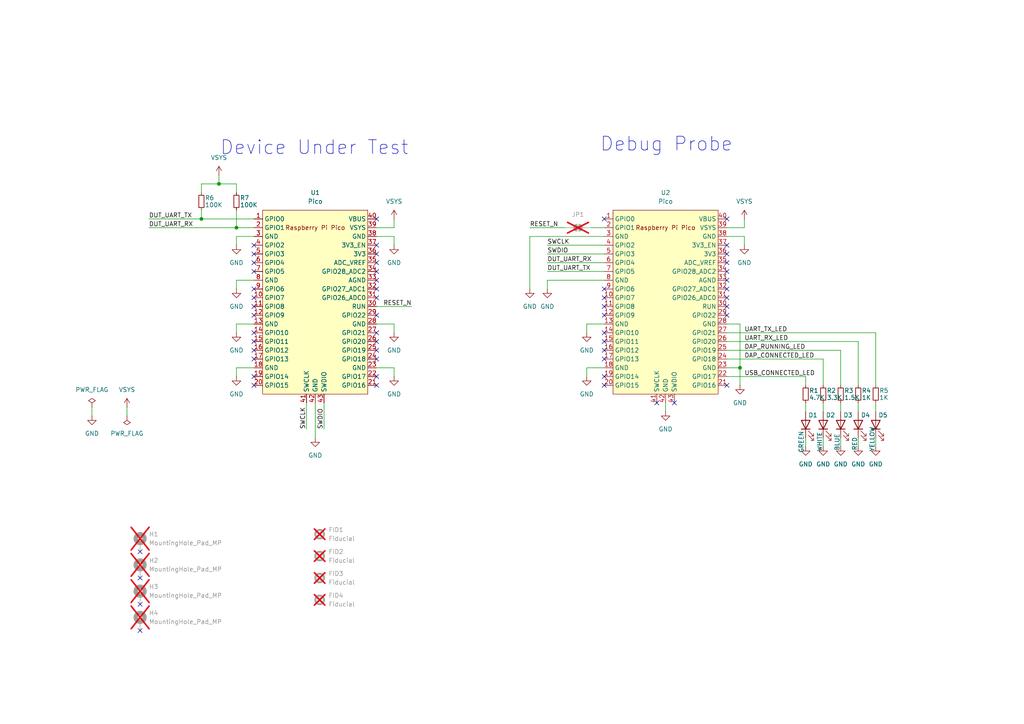
<source format=kicad_sch>
(kicad_sch (version 20231120) (generator "eeschema") (generator_version "8.0")
  (paper "A4")
  (title_block (title "Pico Pico") (date "2024-05-17") (rev "rev1") (company "Pigweed"))
  (lib_symbols
    (symbol "Device:LED" (pin_numbers hide) (pin_names (offset 1.016) hide)
      (property "Reference" "D" (at 0 2.54 0))
      (property "Value" "LED" (at 0 -2.54 0))
      (symbol "LED_0_1"
        (polyline (pts (xy -1.27 -1.27) (xy -1.27 1.27)) (stroke (width 0.254)))
        (polyline (pts (xy -1.27 0) (xy 1.27 0)))
        (polyline (pts (xy 1.27 -1.27) (xy 1.27 1.27) (xy -1.27 0) (xy 1.27 -1.27)) (stroke (width 0.254)))
        (polyline (pts (xy -3.048 -0.762) (xy -4.572 -2.286) (xy -3.81 -2.286) (xy -4.572 -2.286) (xy -4.572 -1.524)))
        (polyline (pts (xy -1.778 -0.762) (xy -3.302 -2.286) (xy -2.54 -2.286) (xy -3.302 -2.286) (xy -3.302 -1.524)))
      )
      (symbol "LED_1_1"
        (pin passive line (at -3.81 0 0) (length 2.54) (name "K") (number "1"))
        (pin passive line (at 3.81 0 180) (length 2.54) (name "A") (number "2"))
      )
    )
    (symbol "Device:R_Small" (pin_numbers hide) (pin_names (offset 0.254) hide)
      (property "Reference" "R" (at 0.762 0.508 0))
      (property "Value" "R_Small" (at 0.762 -1.016 0))
      (symbol "R_Small_0_1"
        (rectangle (start -0.762 1.778) (end 0.762 -1.778) (stroke (width 0.2032)))
      )
      (symbol "R_Small_1_1"
        (pin passive line (at 0 2.54 270) (length 0.762) (name "~") (number "1"))
        (pin passive line (at 0 -2.54 90) (length 0.762) (name "~") (number "2"))
      )
    )
    (symbol "Jumper:SolderJumper_2_Bridged" (pin_numbers hide) (pin_names (offset 0) hide) (exclude_from_sim yes) (in_bom no)
      (property "Reference" "JP" (at 0 2.032 0))
      (property "Value" "SolderJumper_2_Bridged" (at 0 -2.54 0))
      (symbol "SolderJumper_2_Bridged_0_1"
        (rectangle (start -0.508 0.508) (end 0.508 -0.508) (fill (type outline)))
        (arc (start -0.254 1.016) (mid -1.2656 0) (end -0.254 -1.016))
        (arc (start -0.254 1.016) (mid -1.2656 0) (end -0.254 -1.016) (fill (type outline)))
        (polyline (pts (xy -0.254 1.016) (xy -0.254 -1.016)))
        (polyline (pts (xy 0.254 1.016) (xy 0.254 -1.016)))
        (arc (start 0.254 -1.016) (mid 1.2656 0) (end 0.254 1.016))
        (arc (start 0.254 -1.016) (mid 1.2656 0) (end 0.254 1.016) (fill (type outline)))
      )
      (symbol "SolderJumper_2_Bridged_1_1"
        (pin passive line (at -3.81 0 0) (length 2.54) (name "A") (number "1"))
        (pin passive line (at 3.81 0 180) (length 2.54) (name "B") (number "2"))
      )
    )
    (symbol "MCU_RaspberryPi_and_Boards:Pico"
      (property "Reference" "U" (at -13.97 27.94 0))
      (property "Value" "Pico" (at 0 19.05 0))
      (symbol "Pico_0_0"
        (text "Raspberry Pi Pico" (at 0 21.59 0) (effects (font (size 1.27 1.27))))
      )
      (symbol "Pico_0_1"
        (rectangle (start -15.24 26.67) (end 15.24 -26.67) (fill (type background)))
      )
      (symbol "Pico_1_1"
        (pin bidirectional line (at -17.78 24.13 0) (length 2.54) (name "GPIO0") (number "1"))
        (pin bidirectional line (at -17.78 1.27 0) (length 2.54) (name "GPIO7") (number "10"))
        (pin bidirectional line (at -17.78 -1.27 0) (length 2.54) (name "GPIO8") (number "11"))
        (pin bidirectional line (at -17.78 -3.81 0) (length 2.54) (name "GPIO9") (number "12"))
        (pin power_in line (at -17.78 -6.35 0) (length 2.54) (name "GND") (number "13"))
        (pin bidirectional line (at -17.78 -8.89 0) (length 2.54) (name "GPIO10") (number "14"))
        (pin bidirectional line (at -17.78 -11.43 0) (length 2.54) (name "GPIO11") (number "15"))
        (pin bidirectional line (at -17.78 -13.97 0) (length 2.54) (name "GPIO12") (number "16"))
        (pin bidirectional line (at -17.78 -16.51 0) (length 2.54) (name "GPIO13") (number "17"))
        (pin power_in line (at -17.78 -19.05 0) (length 2.54) (name "GND") (number "18"))
        (pin bidirectional line (at -17.78 -21.59 0) (length 2.54) (name "GPIO14") (number "19"))
        (pin bidirectional line (at -17.78 21.59 0) (length 2.54) (name "GPIO1") (number "2"))
        (pin bidirectional line (at -17.78 -24.13 0) (length 2.54) (name "GPIO15") (number "20"))
        (pin bidirectional line (at 17.78 -24.13 180) (length 2.54) (name "GPIO16") (number "21"))
        (pin bidirectional line (at 17.78 -21.59 180) (length 2.54) (name "GPIO17") (number "22"))
        (pin power_in line (at 17.78 -19.05 180) (length 2.54) (name "GND") (number "23"))
        (pin bidirectional line (at 17.78 -16.51 180) (length 2.54) (name "GPIO18") (number "24"))
        (pin bidirectional line (at 17.78 -13.97 180) (length 2.54) (name "GPIO19") (number "25"))
        (pin bidirectional line (at 17.78 -11.43 180) (length 2.54) (name "GPIO20") (number "26"))
        (pin bidirectional line (at 17.78 -8.89 180) (length 2.54) (name "GPIO21") (number "27"))
        (pin power_in line (at 17.78 -6.35 180) (length 2.54) (name "GND") (number "28"))
        (pin bidirectional line (at 17.78 -3.81 180) (length 2.54) (name "GPIO22") (number "29"))
        (pin power_in line (at -17.78 19.05 0) (length 2.54) (name "GND") (number "3"))
        (pin input line (at 17.78 -1.27 180) (length 2.54) (name "RUN") (number "30"))
        (pin bidirectional line (at 17.78 1.27 180) (length 2.54) (name "GPIO26_ADC0") (number "31"))
        (pin bidirectional line (at 17.78 3.81 180) (length 2.54) (name "GPIO27_ADC1") (number "32"))
        (pin power_in line (at 17.78 6.35 180) (length 2.54) (name "AGND") (number "33"))
        (pin bidirectional line (at 17.78 8.89 180) (length 2.54) (name "GPIO28_ADC2") (number "34"))
        (pin power_in line (at 17.78 11.43 180) (length 2.54) (name "ADC_VREF") (number "35"))
        (pin power_out line (at 17.78 13.97 180) (length 2.54) (name "3V3") (number "36"))
        (pin input line (at 17.78 16.51 180) (length 2.54) (name "3V3_EN") (number "37"))
        (pin power_in line (at 17.78 19.05 180) (length 2.54) (name "GND") (number "38"))
        (pin power_in line (at 17.78 21.59 180) (length 2.54) (name "VSYS") (number "39"))
        (pin bidirectional line (at -17.78 16.51 0) (length 2.54) (name "GPIO2") (number "4"))
        (pin power_in line (at 17.78 24.13 180) (length 2.54) (name "VBUS") (number "40"))
        (pin input line (at -2.54 -29.21 90) (length 2.54) (name "SWCLK") (number "41"))
        (pin power_in line (at 0 -29.21 90) (length 2.54) (name "GND") (number "42"))
        (pin bidirectional line (at 2.54 -29.21 90) (length 2.54) (name "SWDIO") (number "43"))
        (pin bidirectional line (at -17.78 13.97 0) (length 2.54) (name "GPIO3") (number "5"))
        (pin bidirectional line (at -17.78 11.43 0) (length 2.54) (name "GPIO4") (number "6"))
        (pin bidirectional line (at -17.78 8.89 0) (length 2.54) (name "GPIO5") (number "7"))
        (pin power_in line (at -17.78 6.35 0) (length 2.54) (name "GND") (number "8"))
        (pin bidirectional line (at -17.78 3.81 0) (length 2.54) (name "GPIO6") (number "9"))
      )
    )
    (symbol "Mechanical:Fiducial" (exclude_from_sim yes) (in_bom no)
      (property "Reference" "FID" (at 0 5.08 0))
      (property "Value" "Fiducial" (at 0 3.175 0))
      (symbol "Fiducial_0_1"
        (circle (center 0 0) (radius 1.27) (stroke (width 0.508)) (fill (type background)))
      )
    )
    (symbol "Mechanical:MountingHole_Pad" (pin_numbers hide) (pin_names (offset 1.016) hide) (exclude_from_sim yes) (in_bom no)
      (property "Reference" "H" (at 0 6.35 0))
      (property "Value" "MountingHole_Pad" (at 0 4.445 0))
      (symbol "MountingHole_Pad_0_1"
        (circle (center 0 1.27) (radius 1.27) (stroke (width 1.27)))
      )
      (symbol "MountingHole_Pad_1_1"
        (pin input line (at 0 -2.54 90) (length 2.54) (name "1") (number "1"))
      )
    )
    (symbol "power:GND" (power) (pin_numbers hide) (pin_names (offset 0) hide)
      (property "Value" "GND" (at 0 -3.81 0))
      (symbol "GND_0_1"
        (polyline (pts (xy 0 0) (xy 0 -1.27) (xy 1.27 -1.27) (xy 0 -2.54) (xy -1.27 -1.27) (xy 0 -1.27)))
      )
      (symbol "GND_1_1"
        (pin power_in line (at 0 0 270) (length 0) (name "~") (number "1"))
      )
    )
    (symbol "power:PWR_FLAG" (power) (pin_numbers hide) (pin_names (offset 0) hide)
      (property "Value" "PWR_FLAG" (at 0 3.81 0))
      (symbol "PWR_FLAG_0_0"
        (pin power_out line (at 0 0 90) (length 0) (name "~") (number "1"))
      )
      (symbol "PWR_FLAG_0_1"
        (polyline (pts (xy 0 0) (xy 0 1.27) (xy -1.016 1.905) (xy 0 2.54) (xy 1.016 1.905) (xy 0 1.27)))
      )
    )
    (symbol "power:VBUS" (power) (pin_numbers hide) (pin_names (offset 0) hide)
      (property "Value" "VBUS" (at 0 3.556 0))
      (symbol "VBUS_0_1"
        (polyline (pts (xy -0.762 1.27) (xy 0 2.54)))
        (polyline (pts (xy 0 0) (xy 0 2.54)))
        (polyline (pts (xy 0 2.54) (xy 0.762 1.27)))
      )
      (symbol "VBUS_1_1"
        (pin power_in line (at 0 0 90) (length 0) (name "~") (number "1"))
      )
    )
  )
  (junction (at 214.63 106.68))
  (junction (at 68.58 66.04))
  (junction (at 63.5 53.34))
  (junction (at 58.42 63.5))
  (no_connect (at 109.22 86.36))
  (no_connect (at 109.22 111.76))
  (no_connect (at 109.22 99.06))
  (no_connect (at 175.26 91.44))
  (no_connect (at 73.66 104.14))
  (no_connect (at 175.26 83.82))
  (no_connect (at 175.26 101.6))
  (no_connect (at 73.66 99.06))
  (no_connect (at 210.82 73.66))
  (no_connect (at 109.22 81.28))
  (no_connect (at 175.26 104.14))
  (no_connect (at 109.22 104.14))
  (no_connect (at 73.66 91.44))
  (no_connect (at 109.22 78.74))
  (no_connect (at 175.26 88.9))
  (no_connect (at 210.82 71.12))
  (no_connect (at 210.82 83.82))
  (no_connect (at 210.82 76.2))
  (no_connect (at 73.66 71.12))
  (no_connect (at 109.22 71.12))
  (no_connect (at 73.66 76.2))
  (no_connect (at 73.66 73.66))
  (no_connect (at 73.66 83.82))
  (no_connect (at 175.26 63.5))
  (no_connect (at 40.64 160.02))
  (no_connect (at 175.26 111.76))
  (no_connect (at 175.26 86.36))
  (no_connect (at 109.22 109.22))
  (no_connect (at 109.22 73.66))
  (no_connect (at 73.66 96.52))
  (no_connect (at 109.22 91.44))
  (no_connect (at 175.26 109.22))
  (no_connect (at 73.66 109.22))
  (no_connect (at 109.22 101.6))
  (no_connect (at 109.22 63.5))
  (no_connect (at 109.22 76.2))
  (no_connect (at 73.66 78.74))
  (no_connect (at 109.22 96.52))
  (no_connect (at 109.22 83.82))
  (no_connect (at 210.82 88.9))
  (no_connect (at 195.58 116.84))
  (no_connect (at 40.64 182.88))
  (no_connect (at 210.82 86.36))
  (no_connect (at 40.64 167.64))
  (no_connect (at 73.66 88.9))
  (no_connect (at 210.82 63.5))
  (no_connect (at 210.82 81.28))
  (no_connect (at 175.26 99.06))
  (no_connect (at 40.64 175.26))
  (no_connect (at 73.66 101.6))
  (no_connect (at 190.5 116.84))
  (no_connect (at 210.82 91.44))
  (no_connect (at 73.66 86.36))
  (no_connect (at 210.82 78.74))
  (no_connect (at 73.66 111.76))
  (no_connect (at 175.26 96.52))
  (no_connect (at 210.82 111.76))
  (wire (pts (xy 238.76 127) (xy 238.76 129.54)))
  (wire (pts (xy 248.92 111.76) (xy 248.92 99.06)))
  (wire (pts (xy 248.92 116.84) (xy 248.92 119.38)))
  (wire (pts (xy 158.75 73.66) (xy 175.26 73.66)))
  (wire (pts (xy 58.42 63.5) (xy 73.66 63.5)))
  (wire (pts (xy 158.75 78.74) (xy 175.26 78.74)))
  (wire (pts (xy 175.26 93.98) (xy 170.18 93.98)))
  (wire (pts (xy 215.9 71.12) (xy 215.9 68.58)))
  (wire (pts (xy 73.66 93.98) (xy 68.58 93.98)))
  (wire (pts (xy 175.26 106.68) (xy 170.18 106.68)))
  (wire (pts (xy 215.9 68.58) (xy 210.82 68.58)))
  (wire (pts (xy 43.18 63.5) (xy 58.42 63.5)))
  (wire (pts (xy 233.68 127) (xy 233.68 129.54)))
  (wire (pts (xy 114.3 106.68) (xy 109.22 106.68)))
  (wire (pts (xy 114.3 96.52) (xy 114.3 93.98)))
  (wire (pts (xy 68.58 106.68) (xy 68.58 109.22)))
  (wire (pts (xy 233.68 116.84) (xy 233.68 119.38)))
  (wire (pts (xy 210.82 66.04) (xy 215.9 66.04)))
  (wire (pts (xy 68.58 68.58) (xy 68.58 71.12)))
  (wire (pts (xy 68.58 66.04) (xy 73.66 66.04)))
  (wire (pts (xy 238.76 116.84) (xy 238.76 119.38)))
  (wire (pts (xy 214.63 93.98) (xy 210.82 93.98)))
  (wire (pts (xy 73.66 81.28) (xy 68.58 81.28)))
  (wire (pts (xy 254 127) (xy 254 129.54)))
  (wire (pts (xy 214.63 93.98) (xy 214.63 106.68)))
  (wire (pts (xy 43.18 66.04) (xy 68.58 66.04)))
  (wire (pts (xy 68.58 81.28) (xy 68.58 83.82)))
  (wire (pts (xy 210.82 109.22) (xy 233.68 109.22)))
  (wire (pts (xy 153.67 66.04) (xy 163.83 66.04)))
  (wire (pts (xy 91.44 116.84) (xy 91.44 127)))
  (wire (pts (xy 171.45 66.04) (xy 175.26 66.04)))
  (wire (pts (xy 73.66 106.68) (xy 68.58 106.68)))
  (wire (pts (xy 254 116.84) (xy 254 119.38)))
  (wire (pts (xy 68.58 55.88) (xy 68.58 53.34)))
  (wire (pts (xy 114.3 109.22) (xy 114.3 106.68)))
  (wire (pts (xy 153.67 68.58) (xy 153.67 83.82)))
  (wire (pts (xy 170.18 106.68) (xy 170.18 109.22)))
  (wire (pts (xy 36.83 120.65) (xy 36.83 118.11)))
  (wire (pts (xy 63.5 53.34) (xy 58.42 53.34)))
  (wire (pts (xy 233.68 111.76) (xy 233.68 109.22)))
  (wire (pts (xy 210.82 96.52) (xy 254 96.52)))
  (wire (pts (xy 63.5 50.8) (xy 63.5 53.34)))
  (wire (pts (xy 193.04 116.84) (xy 193.04 119.38)))
  (wire (pts (xy 114.3 71.12) (xy 114.3 68.58)))
  (wire (pts (xy 175.26 68.58) (xy 153.67 68.58)))
  (wire (pts (xy 68.58 60.96) (xy 68.58 66.04)))
  (wire (pts (xy 243.84 111.76) (xy 243.84 101.6)))
  (wire (pts (xy 26.67 118.11) (xy 26.67 120.65)))
  (wire (pts (xy 109.22 88.9) (xy 119.38 88.9)))
  (wire (pts (xy 158.75 76.2) (xy 175.26 76.2)))
  (wire (pts (xy 93.98 116.84) (xy 93.98 124.46)))
  (wire (pts (xy 254 111.76) (xy 254 96.52)))
  (wire (pts (xy 215.9 66.04) (xy 215.9 63.5)))
  (wire (pts (xy 170.18 93.98) (xy 170.18 96.52)))
  (wire (pts (xy 109.22 66.04) (xy 114.3 66.04)))
  (wire (pts (xy 63.5 53.34) (xy 68.58 53.34)))
  (wire (pts (xy 58.42 60.96) (xy 58.42 63.5)))
  (wire (pts (xy 68.58 93.98) (xy 68.58 96.52)))
  (wire (pts (xy 243.84 116.84) (xy 243.84 119.38)))
  (wire (pts (xy 58.42 53.34) (xy 58.42 55.88)))
  (wire (pts (xy 210.82 99.06) (xy 248.92 99.06)))
  (wire (pts (xy 214.63 106.68) (xy 210.82 106.68)))
  (wire (pts (xy 88.9 116.84) (xy 88.9 124.46)))
  (wire (pts (xy 175.26 81.28) (xy 158.75 81.28)))
  (wire (pts (xy 243.84 127) (xy 243.84 129.54)))
  (wire (pts (xy 114.3 93.98) (xy 109.22 93.98)))
  (wire (pts (xy 248.92 127) (xy 248.92 129.54)))
  (wire (pts (xy 238.76 111.76) (xy 238.76 104.14)))
  (wire (pts (xy 210.82 101.6) (xy 243.84 101.6)))
  (wire (pts (xy 114.3 68.58) (xy 109.22 68.58)))
  (wire (pts (xy 214.63 111.76) (xy 214.63 106.68)))
  (wire (pts (xy 158.75 71.12) (xy 175.26 71.12)))
  (wire (pts (xy 73.66 68.58) (xy 68.58 68.58)))
  (wire (pts (xy 210.82 104.14) (xy 238.76 104.14)))
  (wire (pts (xy 114.3 66.04) (xy 114.3 63.5)))
  (wire (pts (xy 158.75 81.28) (xy 158.75 83.82)))
  (text "Device Under Test\n" (at 91.186 42.926 0) (effects (font (size 4 4))))
  (text "Debug Probe" (at 193.294 41.91 0) (effects (font (size 4 4))))
  (label "SWCLK" (at 88.9 124.46 90))
  (label "DAP_CONNECTED_LED" (at 215.9 104.14 0))
  (label "DUT_UART_TX" (at 43.18 63.5 0))
  (label "SWDIO" (at 158.75 73.66 0))
  (label "RESET_N" (at 119.38 88.9 180))
  (label "DUT_UART_TX" (at 158.75 78.74 0))
  (label "SWDIO" (at 93.98 124.46 90))
  (label "UART_TX_LED" (at 215.9 96.52 0))
  (label "USB_CONNECTED_LED" (at 215.9 109.22 0))
  (label "DUT_UART_RX" (at 158.75 76.2 0))
  (label "DUT_UART_RX" (at 43.18 66.04 0))
  (label "DAP_RUNNING_LED" (at 215.9 101.6 0))
  (label "RESET_N" (at 153.67 66.04 0))
  (label "UART_RX_LED" (at 215.9 99.06 0))
  (label "SWCLK" (at 158.75 71.12 0))
  (symbol (lib_id "Device:LED") (at 238.76 123.19 90) (unit 1)
    (property "Reference" "D2" (at 239.522 120.396 90) (effects (justify right)))
    (property "Value" "WHITE" (at 237.744 125.222 0) (effects (justify right)))
    (property "Footprint" "LED_SMD:LED_0603_1608Metric" (effects (hide yes)))
    (property "Description" "Light emitting diode" (effects (hide yes)))
    (property "DIGIKEY_PN" "1516-1057-1-ND" (effects (hide yes)))
    (property "LCSC_PN" "C965808 " (effects (hide yes)))
  )
  (symbol (lib_id "Jumper:SolderJumper_2_Bridged") (at 167.64 66.04 0) (unit 1) (exclude_from_sim yes) (in_bom no) (dnp yes)
    (property "Reference" "JP1" (at 167.64 62.23 0))
    (property "Value" "SolderJumper_2_Bridged" (effects (hide yes)))
    (property "Footprint" "Jumper:SolderJumper-2_P1.3mm_Bridged_RoundedPad1.0x1.5mm" (effects (hide yes)))
    (property "Description" "Solder Jumper, 2-pole, closed/bridged" (effects (hide yes)))
  )
  (symbol (lib_id "power:GND") (at 68.58 109.22 0) (unit 1)
    (property "Reference" "#PWR011" (effects (hide yes)))
    (property "Value" "GND" (at 68.58 114.3 0))
    (property "Description" "Power symbol creates a global label with name \"GND\" , ground" (effects (hide yes)))
  )
  (symbol (lib_id "power:GND") (at 233.68 129.54 0) (unit 1)
    (property "Reference" "#PWR04" (effects (hide yes)))
    (property "Value" "GND" (at 233.68 134.62 0))
    (property "Description" "Power symbol creates a global label with name \"GND\" , ground" (effects (hide yes)))
  )
  (symbol (lib_id "Mechanical:Fiducial") (at 92.71 161.29 0) (unit 1) (exclude_from_sim yes) (in_bom no) (dnp yes)
    (property "Reference" "FID2" (at 95.25 160.0199 0) (effects (justify left)))
    (property "Value" "Fiducial" (at 95.25 162.5599 0) (effects (justify left)))
    (property "Footprint" "Fiducial:Fiducial_0.75mm_Mask1.5mm" (effects (hide yes)))
    (property "Description" "Fiducial Marker" (effects (hide yes)))
  )
  (symbol (lib_id "power:GND") (at 68.58 96.52 0) (unit 1)
    (property "Reference" "#PWR012" (effects (hide yes)))
    (property "Value" "GND" (at 68.58 101.6 0))
    (property "Description" "Power symbol creates a global label with name \"GND\" , ground" (effects (hide yes)))
  )
  (symbol (lib_id "power:GND") (at 153.67 83.82 0) (mirror y) (unit 1)
    (property "Reference" "#PWR06" (effects (hide yes)))
    (property "Value" "GND" (at 153.67 88.9 0))
    (property "Description" "Power symbol creates a global label with name \"GND\" , ground" (effects (hide yes)))
  )
  (symbol (lib_id "power:GND") (at 68.58 83.82 0) (unit 1)
    (property "Reference" "#PWR013" (effects (hide yes)))
    (property "Value" "GND" (at 68.58 88.9 0))
    (property "Description" "Power symbol creates a global label with name \"GND\" , ground" (effects (hide yes)))
  )
  (symbol (lib_id "power:GND") (at 215.9 71.12 0) (unit 1)
    (property "Reference" "#PWR05" (effects (hide yes)))
    (property "Value" "GND" (at 215.9 76.2 0))
    (property "Description" "Power symbol creates a global label with name \"GND\" , ground" (effects (hide yes)))
  )
  (symbol (lib_id "power:VBUS") (at 36.83 118.11 0) (unit 1)
    (property "Reference" "#PWR024" (effects (hide yes)))
    (property "Value" "VSYS" (at 36.83 113.03 0))
    (property "Description" "Power symbol creates a global label with name \"VBUS\"" (effects (hide yes)))
  )
  (symbol (lib_id "power:GND") (at 91.44 127 0) (unit 1)
    (property "Reference" "#PWR01" (effects (hide yes)))
    (property "Value" "GND" (at 91.44 132.08 0))
    (property "Description" "Power symbol creates a global label with name \"GND\" , ground" (effects (hide yes)))
  )
  (symbol (lib_id "Mechanical:MountingHole_Pad") (at 40.64 157.48 0) (unit 1) (exclude_from_sim yes) (in_bom no) (dnp yes)
    (property "Reference" "H1" (at 43.18 154.9399 0) (effects (justify left)))
    (property "Value" "MountingHole_Pad_MP" (at 43.18 157.4799 0) (effects (justify left)))
    (property "Footprint" "MountingHole:MountingHole_3.2mm_M3_DIN965_Pad" (effects (hide yes)))
    (property "Description" "Mounting Hole with connection" (effects (hide yes)))
  )
  (symbol (lib_id "power:GND") (at 114.3 71.12 0) (unit 1)
    (property "Reference" "#PWR016" (effects (hide yes)))
    (property "Value" "GND" (at 114.3 76.2 0))
    (property "Description" "Power symbol creates a global label with name \"GND\" , ground" (effects (hide yes)))
  )
  (symbol (lib_id "power:GND") (at 238.76 129.54 0) (unit 1)
    (property "Reference" "#PWR019" (effects (hide yes)))
    (property "Value" "GND" (at 238.76 134.62 0))
    (property "Description" "Power symbol creates a global label with name \"GND\" , ground" (effects (hide yes)))
  )
  (symbol (lib_id "Mechanical:Fiducial") (at 92.71 154.94 0) (unit 1) (exclude_from_sim yes) (in_bom no) (dnp yes)
    (property "Reference" "FID1" (at 95.25 153.6699 0) (effects (justify left)))
    (property "Value" "Fiducial" (at 95.25 156.2099 0) (effects (justify left)))
    (property "Footprint" "Fiducial:Fiducial_0.75mm_Mask1.5mm" (effects (hide yes)))
    (property "Description" "Fiducial Marker" (effects (hide yes)))
  )
  (symbol (lib_id "power:PWR_FLAG") (at 36.83 120.65 180) (unit 1)
    (property "Reference" "#FLG02" (effects (hide yes)))
    (property "Value" "PWR_FLAG" (at 36.83 125.73 0))
    (property "Description" "Special symbol for telling ERC where power comes from" (effects (hide yes)))
  )
  (symbol (lib_id "Mechanical:MountingHole_Pad") (at 40.64 172.72 0) (unit 1) (exclude_from_sim yes) (in_bom no) (dnp yes)
    (property "Reference" "H3" (at 43.18 170.1799 0) (effects (justify left)))
    (property "Value" "MountingHole_Pad_MP" (at 43.18 172.7199 0) (effects (justify left)))
    (property "Footprint" "MountingHole:MountingHole_3.2mm_M3_DIN965_Pad" (effects (hide yes)))
    (property "Description" "Mounting Hole with connection" (effects (hide yes)))
  )
  (symbol (lib_id "power:GND") (at 170.18 96.52 0) (unit 1)
    (property "Reference" "#PWR08" (effects (hide yes)))
    (property "Value" "GND" (at 170.18 101.6 0))
    (property "Description" "Power symbol creates a global label with name \"GND\" , ground" (effects (hide yes)))
  )
  (symbol (lib_id "power:GND") (at 214.63 111.76 0) (unit 1)
    (property "Reference" "#PWR03" (effects (hide yes)))
    (property "Value" "GND" (at 214.63 116.84 0))
    (property "Description" "Power symbol creates a global label with name \"GND\" , ground" (effects (hide yes)))
  )
  (symbol (lib_id "power:VBUS") (at 63.5 50.8 0) (unit 1)
    (property "Reference" "#PWR025" (effects (hide yes)))
    (property "Value" "VSYS" (at 63.5 45.72 0))
    (property "Description" "Power symbol creates a global label with name \"VBUS\"" (effects (hide yes)))
  )
  (symbol (lib_id "Device:LED") (at 233.68 123.19 90) (unit 1)
    (property "Reference" "D1" (at 234.442 120.396 90) (effects (justify right)))
    (property "Value" "GREEN" (at 232.41 124.968 0) (effects (justify right)))
    (property "Footprint" "LED_SMD:LED_0603_1608Metric" (effects (hide yes)))
    (property "Description" "Light emitting diode" (effects (hide yes)))
    (property "DIGIKEY_PN" "732-4971-1-ND" (effects (hide yes)))
    (property "LCSC_PN" "C22371298" (effects (hide yes)))
  )
  (symbol (lib_id "power:GND") (at 26.67 120.65 0) (unit 1)
    (property "Reference" "#PWR023" (effects (hide yes)))
    (property "Value" "GND" (at 26.67 125.73 0))
    (property "Description" "Power symbol creates a global label with name \"GND\" , ground" (effects (hide yes)))
  )
  (symbol (lib_id "power:PWR_FLAG") (at 26.67 118.11 0) (unit 1)
    (property "Reference" "#FLG01" (effects (hide yes)))
    (property "Value" "PWR_FLAG" (at 26.67 113.03 0))
    (property "Description" "Special symbol for telling ERC where power comes from" (effects (hide yes)))
  )
  (symbol (lib_id "Device:R_Small") (at 233.68 114.3 0) (unit 1)
    (property "Reference" "R1" (at 234.696 113.284 0) (effects (justify left)))
    (property "Value" "4.7K" (at 234.696 115.316 0) (effects (justify left)))
    (property "Footprint" "Resistor_SMD:R_0603_1608Metric" (effects (hide yes)))
    (property "Description" "Resistor, small symbol" (effects (hide yes)))
    (property "DIGIKEY_PN" "311-4.70KHRCT-ND" (effects (hide yes)))
    (property "LCSC_PN" "C99782" (effects (hide yes)))
  )
  (symbol (lib_id "power:VBUS") (at 114.3 63.5 0) (unit 1)
    (property "Reference" "#PWR018" (effects (hide yes)))
    (property "Value" "VSYS" (at 114.3 58.42 0))
    (property "Description" "Power symbol creates a global label with name \"VBUS\"" (effects (hide yes)))
  )
  (symbol (lib_id "power:VBUS") (at 215.9 63.5 0) (unit 1)
    (property "Reference" "#PWR010" (effects (hide yes)))
    (property "Value" "VSYS" (at 215.9 58.42 0))
    (property "Description" "Power symbol creates a global label with name \"VBUS\"" (effects (hide yes)))
  )
  (symbol (lib_id "Device:LED") (at 243.84 123.19 90) (unit 1)
    (property "Reference" "D3" (at 244.602 120.396 90) (effects (justify right)))
    (property "Value" "BLUE" (at 242.824 125.73 0) (effects (justify right)))
    (property "Footprint" "LED_SMD:LED_0603_1608Metric" (effects (hide yes)))
    (property "Description" "Light emitting diode" (effects (hide yes)))
    (property "DIGIKEY_PN" "732-4966-1-ND" (effects (hide yes)))
    (property "LCSC_PN" "C84266" (effects (hide yes)))
  )
  (symbol (lib_id "Device:R_Small") (at 248.92 114.3 0) (unit 1)
    (property "Reference" "R4" (at 249.936 113.284 0) (effects (justify left)))
    (property "Value" "1K" (at 249.936 115.316 0) (effects (justify left)))
    (property "Footprint" "Resistor_SMD:R_0603_1608Metric" (effects (hide yes)))
    (property "Description" "Resistor, small symbol" (effects (hide yes)))
    (property "DIGIKEY_PN" "311-1.00KHRCT-ND" (effects (hide yes)))
    (property "LCSC_PN" "C22548" (effects (hide yes)))
  )
  (symbol (lib_id "power:GND") (at 158.75 83.82 0) (unit 1)
    (property "Reference" "#PWR07" (effects (hide yes)))
    (property "Value" "GND" (at 158.75 88.9 0))
    (property "Description" "Power symbol creates a global label with name \"GND\" , ground" (effects (hide yes)))
  )
  (symbol (lib_id "power:GND") (at 193.04 119.38 0) (unit 1)
    (property "Reference" "#PWR02" (effects (hide yes)))
    (property "Value" "GND" (at 193.04 124.46 0))
    (property "Description" "Power symbol creates a global label with name \"GND\" , ground" (effects (hide yes)))
  )
  (symbol (lib_id "power:GND") (at 248.92 129.54 0) (unit 1)
    (property "Reference" "#PWR021" (effects (hide yes)))
    (property "Value" "GND" (at 248.92 134.62 0))
    (property "Description" "Power symbol creates a global label with name \"GND\" , ground" (effects (hide yes)))
  )
  (symbol (lib_id "Mechanical:Fiducial") (at 92.71 167.64 0) (unit 1) (exclude_from_sim yes) (in_bom no) (dnp yes)
    (property "Reference" "FID3" (at 95.25 166.3699 0) (effects (justify left)))
    (property "Value" "Fiducial" (at 95.25 168.9099 0) (effects (justify left)))
    (property "Footprint" "Fiducial:Fiducial_0.75mm_Mask1.5mm" (effects (hide yes)))
    (property "Description" "Fiducial Marker" (effects (hide yes)))
  )
  (symbol (lib_id "Device:LED") (at 254 123.19 90) (unit 1)
    (property "Reference" "D5" (at 254.762 120.396 90) (effects (justify right)))
    (property "Value" "YELLOW" (at 252.984 123.698 0) (effects (justify right)))
    (property "Footprint" "LED_SMD:LED_0603_1608Metric" (effects (hide yes)))
    (property "Description" "Light emitting diode" (effects (hide yes)))
    (property "DIGIKEY_PN" "732-4981-1-ND" (effects (hide yes)))
    (property "LCSC_PN" "C84268" (effects (hide yes)))
  )
  (symbol (lib_id "power:GND") (at 114.3 96.52 0) (unit 1)
    (property "Reference" "#PWR015" (effects (hide yes)))
    (property "Value" "GND" (at 114.3 101.6 0))
    (property "Description" "Power symbol creates a global label with name \"GND\" , ground" (effects (hide yes)))
  )
  (symbol (lib_id "Device:R_Small") (at 243.84 114.3 0) (unit 1)
    (property "Reference" "R3" (at 244.856 113.284 0) (effects (justify left)))
    (property "Value" "1.5K" (at 244.856 115.316 0) (effects (justify left)))
    (property "Footprint" "Resistor_SMD:R_0603_1608Metric" (effects (hide yes)))
    (property "Description" "Resistor, small symbol" (effects (hide yes)))
    (property "DIGIKEY_PN" "311-1.50KHRCT-ND" (effects (hide yes)))
    (property "LCSC_PN" "C114668" (effects (hide yes)))
  )
  (symbol (lib_id "power:GND") (at 114.3 109.22 0) (unit 1)
    (property "Reference" "#PWR017" (effects (hide yes)))
    (property "Value" "GND" (at 114.3 114.3 0))
    (property "Description" "Power symbol creates a global label with name \"GND\" , ground" (effects (hide yes)))
  )
  (symbol (lib_id "MCU_RaspberryPi_and_Boards:Pico") (at 193.04 87.63 0) (unit 1)
    (property "Reference" "U2" (at 193.04 55.88 0))
    (property "Value" "Pico" (at 193.04 58.42 0))
    (property "Footprint" "MCU_RaspberryPi_and_Boards:RPi_Pico_SMD_only" (effects (hide yes)))
    (property "DIGIKEY_PN" "2648-SC0915CT-ND" (effects (hide yes)))
    (property "LCSC_PN" "C7203002" (effects (hide yes)))
  )
  (symbol (lib_id "Mechanical:MountingHole_Pad") (at 40.64 180.34 0) (unit 1) (exclude_from_sim yes) (in_bom no) (dnp yes)
    (property "Reference" "H4" (at 43.18 177.7999 0) (effects (justify left)))
    (property "Value" "MountingHole_Pad_MP" (at 43.18 180.3399 0) (effects (justify left)))
    (property "Footprint" "MountingHole:MountingHole_3.2mm_M3_DIN965_Pad" (effects (hide yes)))
    (property "Description" "Mounting Hole with connection" (effects (hide yes)))
  )
  (symbol (lib_id "power:GND") (at 170.18 109.22 0) (unit 1)
    (property "Reference" "#PWR09" (effects (hide yes)))
    (property "Value" "GND" (at 170.18 114.3 0))
    (property "Description" "Power symbol creates a global label with name \"GND\" , ground" (effects (hide yes)))
  )
  (symbol (lib_id "Device:R_Small") (at 58.42 58.42 0) (unit 1)
    (property "Reference" "R6" (at 59.436 57.404 0) (effects (justify left)))
    (property "Value" "100K" (at 59.436 59.436 0) (effects (justify left)))
    (property "Footprint" "Resistor_SMD:R_0603_1608Metric" (effects (hide yes)))
    (property "Description" "Resistor, small symbol" (effects (hide yes)))
    (property "DIGIKEY_PN" "311-100KHRCT-ND" (effects (hide yes)))
    (property "LCSC_PN" "C14675" (effects (hide yes)))
  )
  (symbol (lib_id "Device:R_Small") (at 238.76 114.3 0) (unit 1)
    (property "Reference" "R2" (at 239.776 113.284 0) (effects (justify left)))
    (property "Value" "3.3K" (at 239.776 115.316 0) (effects (justify left)))
    (property "Footprint" "Resistor_SMD:R_0603_1608Metric" (effects (hide yes)))
    (property "Description" "Resistor, small symbol" (effects (hide yes)))
    (property "DIGIKEY_PN" "311-3.30KHRCT-ND" (effects (hide yes)))
    (property "LCSC_PN" "C99782" (effects (hide yes)))
  )
  (symbol (lib_id "Mechanical:MountingHole_Pad") (at 40.64 165.1 0) (unit 1) (exclude_from_sim yes) (in_bom no) (dnp yes)
    (property "Reference" "H2" (at 43.18 162.5599 0) (effects (justify left)))
    (property "Value" "MountingHole_Pad_MP" (at 43.18 165.0999 0) (effects (justify left)))
    (property "Footprint" "MountingHole:MountingHole_3.2mm_M3_DIN965_Pad" (effects (hide yes)))
    (property "Description" "Mounting Hole with connection" (effects (hide yes)))
  )
  (symbol (lib_id "Device:LED") (at 248.92 123.19 90) (unit 1)
    (property "Reference" "D4" (at 249.682 120.396 90) (effects (justify right)))
    (property "Value" "RED" (at 247.904 126.746 0) (effects (justify right)))
    (property "Footprint" "LED_SMD:LED_0603_1608Metric" (effects (hide yes)))
    (property "Description" "Light emitting diode" (effects (hide yes)))
    (property "DIGIKEY_PN" "732-4978-1-ND" (effects (hide yes)))
    (property "LCSC_PN" "C19171390" (effects (hide yes)))
  )
  (symbol (lib_id "power:GND") (at 68.58 71.12 0) (mirror y) (unit 1)
    (property "Reference" "#PWR014" (effects (hide yes)))
    (property "Value" "GND" (at 68.58 76.2 0))
    (property "Description" "Power symbol creates a global label with name \"GND\" , ground" (effects (hide yes)))
  )
  (symbol (lib_id "Device:R_Small") (at 68.58 58.42 0) (unit 1)
    (property "Reference" "R7" (at 69.596 57.404 0) (effects (justify left)))
    (property "Value" "100K" (at 69.596 59.436 0) (effects (justify left)))
    (property "Footprint" "Resistor_SMD:R_0603_1608Metric" (effects (hide yes)))
    (property "Description" "Resistor, small symbol" (effects (hide yes)))
    (property "DIGIKEY_PN" "311-100KHRCT-ND" (effects (hide yes)))
    (property "LCSC_PN" "C14675" (effects (hide yes)))
  )
  (symbol (lib_id "power:GND") (at 243.84 129.54 0) (unit 1)
    (property "Reference" "#PWR020" (effects (hide yes)))
    (property "Value" "GND" (at 243.84 134.62 0))
    (property "Description" "Power symbol creates a global label with name \"GND\" , ground" (effects (hide yes)))
  )
  (symbol (lib_id "Mechanical:Fiducial") (at 92.71 173.99 0) (unit 1) (exclude_from_sim yes) (in_bom no) (dnp yes)
    (property "Reference" "FID4" (at 95.25 172.7199 0) (effects (justify left)))
    (property "Value" "Fiducial" (at 95.25 175.2599 0) (effects (justify left)))
    (property "Footprint" "Fiducial:Fiducial_0.75mm_Mask1.5mm" (effects (hide yes)))
    (property "Description" "Fiducial Marker" (effects (hide yes)))
  )
  (symbol (lib_id "power:GND") (at 254 129.54 0) (unit 1)
    (property "Reference" "#PWR022" (effects (hide yes)))
    (property "Value" "GND" (at 254 134.62 0))
    (property "Description" "Power symbol creates a global label with name \"GND\" , ground" (effects (hide yes)))
  )
  (symbol (lib_id "MCU_RaspberryPi_and_Boards:Pico") (at 91.44 87.63 0) (unit 1)
    (property "Reference" "U1" (at 91.44 55.88 0))
    (property "Value" "Pico" (at 91.44 58.42 0))
    (property "Footprint" "MCU_RaspberryPi_and_Boards:RPi_Pico_SMD_only" (effects (hide yes)))
    (property "DIGIKEY_PN" "2648-SC0915CT-ND" (effects (hide yes)))
    (property "LCSC_PN" "C7203002" (effects (hide yes)))
  )
  (symbol (lib_id "Device:R_Small") (at 254 114.3 0) (unit 1)
    (property "Reference" "R5" (at 255.016 113.284 0) (effects (justify left)))
    (property "Value" "1K" (at 255.016 115.316 0) (effects (justify left)))
    (property "Footprint" "Resistor_SMD:R_0603_1608Metric" (effects (hide yes)))
    (property "Description" "Resistor, small symbol" (effects (hide yes)))
    (property "DIGIKEY_PN" "311-1.00KHRCT-ND" (effects (hide yes)))
    (property "LCSC_PN" "C22548" (effects (hide yes)))
  )
)
</source>
